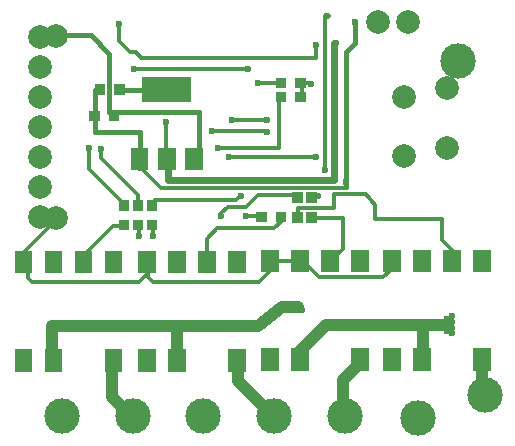
<source format=gbr>
%FSLAX32Y32*%
%MOMM*%
%LNKUPFERSEITE1*%
G71*
G01*
%ADD10C, 2.00*%
%ADD11C, 3.00*%
%ADD12C, 0.60*%
%ADD13C, 0.30*%
%ADD14C, 0.40*%
%ADD15C, 0.60*%
%ADD16C, 2.00*%
%ADD17C, 1.00*%
%LPD*%
X6874Y6085D02*
G54D10*
D03*
X6874Y6585D02*
G54D10*
D03*
X3927Y5564D02*
G54D10*
D03*
X3927Y7104D02*
G54D10*
D03*
X7239Y6666D02*
G54D10*
D03*
X7239Y6158D02*
G54D10*
D03*
X7334Y6888D02*
G54D11*
D03*
X6382Y5865D02*
G54D12*
D03*
G54D13*
X6239Y7270D02*
X6207Y7270D01*
X6207Y5968D01*
X5493Y5746D02*
G54D12*
D03*
G54D14*
X5144Y6126D02*
X5144Y6460D01*
X4382Y6460D01*
X4382Y6952D01*
X4223Y7111D01*
X3937Y7111D01*
G54D15*
X4874Y6015D02*
X4874Y5880D01*
X6286Y5880D01*
X6286Y7047D01*
X6302Y7047D02*
G54D12*
D03*
G54D14*
X6382Y5825D02*
X6382Y6968D01*
X6461Y7047D01*
X6461Y7222D01*
X6461Y7222D02*
G54D12*
D03*
X3794Y6840D02*
G54D16*
D03*
X3794Y6586D02*
G54D16*
D03*
X3794Y6332D02*
G54D16*
D03*
X3794Y6078D02*
G54D16*
D03*
X3794Y5824D02*
G54D16*
D03*
X3794Y5570D02*
G54D16*
D03*
X4588Y6825D02*
G54D12*
D03*
X5556Y6825D02*
G54D12*
D03*
G54D13*
X4588Y6825D02*
X5556Y6825D01*
G36*
X4466Y6383D02*
X4376Y6383D01*
X4376Y6473D01*
X4466Y6473D01*
X4466Y6383D01*
G37*
G36*
X4299Y6382D02*
X4209Y6382D01*
X4209Y6472D01*
X4299Y6472D01*
X4299Y6382D01*
G37*
X6906Y7222D02*
G54D16*
D03*
X6652Y7222D02*
G54D16*
D03*
X6207Y5968D02*
G54D12*
D03*
X5302Y6158D02*
G54D12*
D03*
X5398Y6079D02*
G54D12*
D03*
G54D13*
X5398Y6079D02*
X6128Y6079D01*
G54D13*
X5302Y6158D02*
X5818Y6158D01*
X5818Y6579D01*
X6128Y6079D02*
G54D12*
D03*
X6088Y6698D02*
G54D12*
D03*
G54D13*
X4461Y7206D02*
X4461Y7063D01*
X4556Y6968D01*
X4604Y6968D01*
X4651Y6920D01*
X6128Y6920D01*
X6128Y7031D01*
X6128Y7031D02*
G54D12*
D03*
X3794Y7095D02*
G54D16*
D03*
X4461Y7206D02*
G54D12*
D03*
X6223Y7270D02*
G54D12*
D03*
G36*
X5171Y5968D02*
X5021Y5968D01*
X5021Y6158D01*
X5171Y6158D01*
X5171Y5968D01*
G37*
G36*
X4941Y5967D02*
X4791Y5967D01*
X4791Y6157D01*
X4941Y6157D01*
X4941Y5967D01*
G37*
G36*
X4711Y5967D02*
X4561Y5967D01*
X4561Y6157D01*
X4711Y6157D01*
X4711Y5967D01*
G37*
G36*
X5075Y6544D02*
X4655Y6544D01*
X4655Y6754D01*
X5075Y6754D01*
X5075Y6544D01*
G37*
X4651Y5984D02*
G54D12*
D03*
G36*
X4514Y6605D02*
X4424Y6605D01*
X4424Y6695D01*
X4514Y6695D01*
X4514Y6605D01*
G37*
G36*
X4347Y6604D02*
X4257Y6604D01*
X4257Y6694D01*
X4347Y6694D01*
X4347Y6604D01*
G37*
G54D14*
X4493Y6650D02*
X4715Y6650D01*
G36*
X4491Y5094D02*
X4341Y5094D01*
X4341Y5284D01*
X4491Y5284D01*
X4491Y5094D01*
G37*
G36*
X4237Y5094D02*
X4087Y5094D01*
X4087Y5284D01*
X4237Y5284D01*
X4237Y5094D01*
G37*
G36*
X3983Y5094D02*
X3833Y5094D01*
X3833Y5284D01*
X3983Y5284D01*
X3983Y5094D01*
G37*
G36*
X3729Y5094D02*
X3579Y5094D01*
X3579Y5284D01*
X3729Y5284D01*
X3729Y5094D01*
G37*
G36*
X4491Y4260D02*
X4341Y4260D01*
X4341Y4450D01*
X4491Y4450D01*
X4491Y4260D01*
G37*
G36*
X3983Y4260D02*
X3833Y4260D01*
X3833Y4450D01*
X3983Y4450D01*
X3983Y4260D01*
G37*
G36*
X3729Y4260D02*
X3579Y4260D01*
X3579Y4450D01*
X3729Y4450D01*
X3729Y4260D01*
G37*
G36*
X5539Y5094D02*
X5389Y5094D01*
X5389Y5284D01*
X5539Y5284D01*
X5539Y5094D01*
G37*
G36*
X5285Y5094D02*
X5135Y5094D01*
X5135Y5284D01*
X5285Y5284D01*
X5285Y5094D01*
G37*
G36*
X5031Y5094D02*
X4881Y5094D01*
X4881Y5284D01*
X5031Y5284D01*
X5031Y5094D01*
G37*
G36*
X4777Y5094D02*
X4627Y5094D01*
X4627Y5284D01*
X4777Y5284D01*
X4777Y5094D01*
G37*
G36*
X5539Y4260D02*
X5389Y4260D01*
X5389Y4450D01*
X5539Y4450D01*
X5539Y4260D01*
G37*
G36*
X5031Y4260D02*
X4881Y4260D01*
X4881Y4450D01*
X5031Y4450D01*
X5031Y4260D01*
G37*
G36*
X4777Y4260D02*
X4627Y4260D01*
X4627Y4450D01*
X4777Y4450D01*
X4777Y4260D01*
G37*
G36*
X6578Y5102D02*
X6428Y5102D01*
X6428Y5292D01*
X6578Y5292D01*
X6578Y5102D01*
G37*
G36*
X6324Y5102D02*
X6174Y5102D01*
X6174Y5292D01*
X6324Y5292D01*
X6324Y5102D01*
G37*
G36*
X6070Y5102D02*
X5920Y5102D01*
X5920Y5292D01*
X6070Y5292D01*
X6070Y5102D01*
G37*
G36*
X5816Y5102D02*
X5666Y5102D01*
X5666Y5292D01*
X5816Y5292D01*
X5816Y5102D01*
G37*
G36*
X6578Y4268D02*
X6428Y4268D01*
X6428Y4458D01*
X6578Y4458D01*
X6578Y4268D01*
G37*
G36*
X6070Y4268D02*
X5920Y4268D01*
X5920Y4458D01*
X6070Y4458D01*
X6070Y4268D01*
G37*
G36*
X5816Y4268D02*
X5666Y4268D01*
X5666Y4458D01*
X5816Y4458D01*
X5816Y4268D01*
G37*
G36*
X7610Y5102D02*
X7460Y5102D01*
X7460Y5292D01*
X7610Y5292D01*
X7610Y5102D01*
G37*
G36*
X7356Y5102D02*
X7206Y5102D01*
X7206Y5292D01*
X7356Y5292D01*
X7356Y5102D01*
G37*
G36*
X7102Y5102D02*
X6952Y5102D01*
X6952Y5292D01*
X7102Y5292D01*
X7102Y5102D01*
G37*
G36*
X6848Y5102D02*
X6698Y5102D01*
X6698Y5292D01*
X6848Y5292D01*
X6848Y5102D01*
G37*
G36*
X7610Y4268D02*
X7460Y4268D01*
X7460Y4458D01*
X7610Y4458D01*
X7610Y4268D01*
G37*
G36*
X7102Y4268D02*
X6952Y4268D01*
X6952Y4458D01*
X7102Y4458D01*
X7102Y4268D01*
G37*
G36*
X6848Y4268D02*
X6698Y4268D01*
X6698Y4458D01*
X6848Y4458D01*
X6848Y4268D01*
G37*
G54D17*
X3897Y4404D02*
X3897Y4650D01*
X5636Y4650D01*
X5846Y4809D01*
X5977Y4809D01*
X7279Y4730D02*
G54D12*
D03*
X7279Y4682D02*
G54D12*
D03*
X7279Y4634D02*
G54D12*
D03*
X7279Y4587D02*
G54D12*
D03*
X7239Y4706D02*
G54D12*
D03*
X7239Y4658D02*
G54D12*
D03*
X7239Y4602D02*
G54D12*
D03*
G54D17*
X4953Y4388D02*
X4953Y4642D01*
G54D17*
X7247Y4658D02*
X6215Y4658D01*
X5985Y4428D01*
G54D17*
X7033Y4658D02*
X7033Y4364D01*
X3977Y3888D02*
G54D11*
D03*
X4577Y3888D02*
G54D11*
D03*
X5177Y3888D02*
G54D11*
D03*
X5777Y3888D02*
G54D11*
D03*
X6377Y3888D02*
G54D11*
D03*
X6993Y3872D02*
G54D11*
D03*
G54D17*
X4405Y4333D02*
X4405Y4047D01*
X4516Y3936D01*
G54D17*
X5469Y4317D02*
X5469Y4182D01*
X5707Y3944D01*
G54D17*
X6358Y3999D02*
X6358Y4190D01*
X6493Y4325D01*
X3651Y5166D02*
G54D12*
D03*
X4707Y5150D02*
G54D12*
D03*
G54D13*
X3691Y5110D02*
X3691Y5055D01*
X3723Y5023D01*
X4636Y5023D01*
X4707Y5095D01*
X4707Y5063D01*
X4747Y5023D01*
X5652Y5023D01*
X5739Y5110D01*
X6013Y4782D02*
G54D12*
D03*
X5966Y4782D02*
G54D12*
D03*
X5918Y4782D02*
G54D12*
D03*
X5870Y4782D02*
G54D12*
D03*
X5989Y4822D02*
G54D12*
D03*
X5942Y4822D02*
G54D12*
D03*
X5886Y4822D02*
G54D12*
D03*
G54D13*
X5778Y5198D02*
X6017Y5198D01*
X6160Y5063D01*
X6699Y5063D01*
X6771Y5134D01*
G36*
X5879Y5526D02*
X5789Y5526D01*
X5789Y5616D01*
X5879Y5616D01*
X5879Y5526D01*
G37*
G36*
X5712Y5527D02*
X5622Y5527D01*
X5622Y5617D01*
X5712Y5617D01*
X5712Y5527D01*
G37*
G36*
X6018Y5779D02*
X6018Y5689D01*
X5928Y5689D01*
X5928Y5779D01*
X6018Y5779D01*
G37*
G36*
X6017Y5612D02*
X6017Y5522D01*
X5927Y5522D01*
X5927Y5612D01*
X6017Y5612D01*
G37*
G36*
X6137Y5779D02*
X6137Y5689D01*
X6047Y5689D01*
X6047Y5779D01*
X6137Y5779D01*
G37*
G36*
X6136Y5612D02*
X6136Y5522D01*
X6046Y5522D01*
X6046Y5612D01*
X6136Y5612D01*
G37*
X6144Y5746D02*
G54D12*
D03*
X5977Y5753D02*
G54D12*
D03*
G54D13*
X5977Y5587D02*
X5977Y5650D01*
X6279Y5650D01*
X6279Y5769D01*
X6556Y5769D01*
X6630Y5674D01*
X6632Y5555D01*
X7199Y5555D01*
X7199Y5372D01*
X7287Y5285D01*
G36*
X4550Y5715D02*
X4550Y5625D01*
X4460Y5625D01*
X4460Y5715D01*
X4550Y5715D01*
G37*
G36*
X4549Y5548D02*
X4549Y5458D01*
X4459Y5458D01*
X4459Y5548D01*
X4549Y5548D01*
G37*
G36*
X4669Y5715D02*
X4669Y5625D01*
X4579Y5625D01*
X4579Y5715D01*
X4669Y5715D01*
G37*
G36*
X4668Y5548D02*
X4668Y5458D01*
X4578Y5458D01*
X4578Y5548D01*
X4668Y5548D01*
G37*
G36*
X4788Y5715D02*
X4788Y5625D01*
X4698Y5625D01*
X4698Y5715D01*
X4788Y5715D01*
G37*
G36*
X4787Y5548D02*
X4787Y5458D01*
X4697Y5458D01*
X4697Y5548D01*
X4787Y5548D01*
G37*
X5715Y6293D02*
G54D12*
D03*
X5247Y6301D02*
G54D12*
D03*
X4207Y6158D02*
G54D12*
D03*
G54D13*
X5247Y6301D02*
X5707Y6301D01*
G54D13*
X4207Y6158D02*
X4207Y5976D01*
X4493Y5690D01*
X5715Y6396D02*
G54D12*
D03*
X5421Y6396D02*
G54D12*
D03*
G54D13*
X5421Y6396D02*
X5715Y6396D01*
G54D13*
X4747Y5682D02*
X4747Y5690D01*
X4770Y5714D01*
X5453Y5714D01*
X5493Y5753D01*
G54D13*
X4508Y5492D02*
X4413Y5492D01*
X4143Y5222D01*
X4628Y5412D02*
G54D12*
D03*
X4747Y5412D02*
G54D12*
D03*
G54D13*
X4628Y5412D02*
X4628Y5476D01*
G54D13*
X4747Y5412D02*
X4747Y5484D01*
X7564Y4063D02*
G54D11*
D03*
G54D17*
X7533Y4348D02*
X7533Y4102D01*
X7572Y4063D01*
X4858Y6373D02*
G54D12*
D03*
G54D13*
X4858Y6373D02*
X4858Y6103D01*
G54D13*
X3635Y5222D02*
X3635Y5253D01*
X3913Y5531D01*
X5540Y5579D02*
G54D12*
D03*
G54D13*
X5540Y5579D02*
X5644Y5579D01*
X5326Y5579D02*
G54D12*
D03*
G54D13*
X5326Y5579D02*
X5326Y5603D01*
X5382Y5658D01*
X5540Y5658D01*
X5636Y5753D01*
X5977Y5753D01*
G54D13*
X6096Y5563D02*
X6358Y5563D01*
X6358Y5301D01*
X6279Y5222D01*
G54D13*
X5207Y5238D02*
X5207Y5388D01*
X5294Y5476D01*
X5778Y5476D01*
X5850Y5547D01*
G54D13*
X6374Y5817D02*
X4818Y5817D01*
X4651Y5984D01*
G54D14*
X4643Y6119D02*
X4643Y6293D01*
X4262Y6293D01*
X4262Y6650D01*
X4310Y6150D02*
G54D12*
D03*
G54D13*
X4310Y6150D02*
X4310Y6071D01*
X4620Y5761D01*
X4620Y5682D01*
G36*
X5789Y6751D02*
X5879Y6751D01*
X5879Y6661D01*
X5789Y6661D01*
X5789Y6751D01*
G37*
G36*
X5956Y6750D02*
X6046Y6750D01*
X6046Y6660D01*
X5956Y6660D01*
X5956Y6750D01*
G37*
G36*
X5789Y6632D02*
X5879Y6632D01*
X5879Y6542D01*
X5789Y6542D01*
X5789Y6632D01*
G37*
G36*
X5956Y6631D02*
X6046Y6631D01*
X6046Y6541D01*
X5956Y6541D01*
X5956Y6631D01*
G37*
X5636Y6706D02*
G54D12*
D03*
G54D13*
X5636Y6706D02*
X5810Y6706D01*
G54D13*
X6009Y6595D02*
X6009Y6706D01*
X6088Y6706D01*
M02*

</source>
